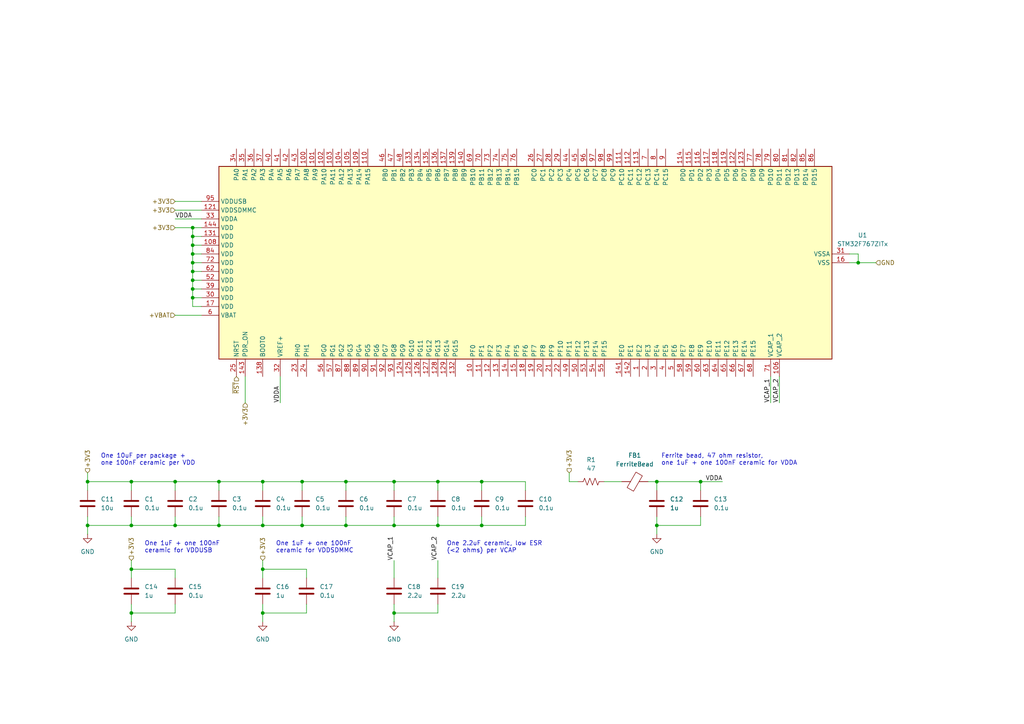
<source format=kicad_sch>
(kicad_sch (version 20250114) (generator "eeschema") (generator_version "9.0")
  (paper "A4")
  (lib_symbols
    (symbol "Device:C" (pin_numbers (hide yes)) (pin_names (offset 0.254))
      (property "Reference" "C" (at 0.635 2.54 0))
      (property "Value" "C" (at 0.635 -2.54 0))
      (symbol "C_0_1"
        (polyline (pts (xy -2.032 0.762) (xy 2.032 0.762)) (stroke (width 0.508)))
        (polyline (pts (xy -2.032 -0.762) (xy 2.032 -0.762)) (stroke (width 0.508)))
      )
      (symbol "C_1_1"
        (pin passive line (at 0 3.81 270) (length 2.794) (name "~") (number "1"))
        (pin passive line (at 0 -3.81 90) (length 2.794) (name "~") (number "2"))
      )
    )
    (symbol "Device:FerriteBead" (pin_numbers (hide yes)) (pin_names (offset 0))
      (property "Reference" "FB" (at -3.81 0.635 90))
      (property "Value" "FerriteBead" (at 3.81 0 90))
      (symbol "FerriteBead_0_1"
        (polyline (pts (xy -2.7686 0.4064) (xy -1.7018 2.2606) (xy 2.7686 -0.3048) (xy 1.6764 -2.159) (xy -2.7686 0.4064)))
        (polyline (pts (xy 0 1.27) (xy 0 1.2954)))
        (polyline (pts (xy 0 -1.27) (xy 0 -1.2192)))
      )
      (symbol "FerriteBead_1_1"
        (pin passive line (at 0 3.81 270) (length 2.54) (name "~") (number "1"))
        (pin passive line (at 0 -3.81 90) (length 2.54) (name "~") (number "2"))
      )
    )
    (symbol "Device:R_US" (pin_numbers (hide yes)) (pin_names (offset 0))
      (property "Reference" "R" (at 2.54 0 90))
      (property "Value" "R_US" (at -2.54 0 90))
      (symbol "R_US_0_1"
        (polyline (pts (xy 0 2.286) (xy 0 2.54)))
        (polyline (pts (xy 0 2.286) (xy 1.016 1.905) (xy 0 1.524) (xy -1.016 1.143) (xy 0 0.762)))
        (polyline (pts (xy 0 0.762) (xy 1.016 0.381) (xy 0 0) (xy -1.016 -0.381) (xy 0 -0.762)))
        (polyline (pts (xy 0 -0.762) (xy 1.016 -1.143) (xy 0 -1.524) (xy -1.016 -1.905) (xy 0 -2.286)))
        (polyline (pts (xy 0 -2.286) (xy 0 -2.54)))
      )
      (symbol "R_US_1_1"
        (pin passive line (at 0 3.81 270) (length 1.27) (name "~") (number "1"))
        (pin passive line (at 0 -3.81 90) (length 1.27) (name "~") (number "2"))
      )
    )
    (symbol "MCU_ST_STM32F7:STM32F767ZITx"
      (property "Reference" "U" (at -27.94 90.17 0))
      (property "Value" "STM32F767ZITx" (at 20.32 90.17 0))
      (symbol "STM32F767ZITx_0_1"
        (rectangle (start -27.94 -88.9) (end 27.94 88.9) (stroke (width 0.254)) (fill (type background)))
      )
      (symbol "STM32F767ZITx_1_1"
        (pin input line (at -33.02 83.82 0) (length 5.08) (name "NRST") (number "25"))
        (pin input line (at -33.02 81.28 0) (length 5.08) (name "PDR_ON") (number "143"))
        (pin input line (at -33.02 76.2 0) (length 5.08) (name "BOOT0") (number "138"))
        (pin input line (at -33.02 71.12 0) (length 5.08) (name "VREF+") (number "32"))
        (pin bidirectional line (at -33.02 66.04 0) (length 5.08) (name "PH0") (number "23"))
        (pin bidirectional line (at -33.02 63.5 0) (length 5.08) (name "PH1") (number "24"))
        (pin bidirectional line (at -33.02 58.42 0) (length 5.08) (name "PG0") (number "56"))
        (pin bidirectional line (at -33.02 55.88 0) (length 5.08) (name "PG1") (number "57"))
        (pin bidirectional line (at -33.02 53.34 0) (length 5.08) (name "PG2") (number "87"))
        (pin bidirectional line (at -33.02 50.8 0) (length 5.08) (name "PG3") (number "88"))
        (pin bidirectional line (at -33.02 48.26 0) (length 5.08) (name "PG4") (number "89"))
        (pin bidirectional line (at -33.02 45.72 0) (length 5.08) (name "PG5") (number "90"))
        (pin bidirectional line (at -33.02 43.18 0) (length 5.08) (name "PG6") (number "91"))
        (pin bidirectional line (at -33.02 40.64 0) (length 5.08) (name "PG7") (number "92"))
        (pin bidirectional line (at -33.02 38.1 0) (length 5.08) (name "PG8") (number "93"))
        (pin bidirectional line (at -33.02 35.56 0) (length 5.08) (name "PG9") (number "124"))
        (pin bidirectional line (at -33.02 33.02 0) (length 5.08) (name "PG10") (number "125"))
        (pin bidirectional line (at -33.02 30.48 0) (length 5.08) (name "PG11") (number "126"))
        (pin bidirectional line (at -33.02 27.94 0) (length 5.08) (name "PG12") (number "127"))
        (pin bidirectional line (at -33.02 25.4 0) (length 5.08) (name "PG13") (number "128"))
        (pin bidirectional line (at -33.02 22.86 0) (length 5.08) (name "PG14") (number "129"))
        (pin bidirectional line (at -33.02 20.32 0) (length 5.08) (name "PG15") (number "132"))
        (pin bidirectional line (at -33.02 15.24 0) (length 5.08) (name "PF0") (number "10"))
        (pin bidirectional line (at -33.02 12.7 0) (length 5.08) (name "PF1") (number "11"))
        (pin bidirectional line (at -33.02 10.16 0) (length 5.08) (name "PF2") (number "12"))
        (pin bidirectional line (at -33.02 7.62 0) (length 5.08) (name "PF3") (number "13"))
        (pin bidirectional line (at -33.02 5.08 0) (length 5.08) (name "PF4") (number "14"))
        (pin bidirectional line (at -33.02 2.54 0) (length 5.08) (name "PF5") (number "15"))
        (pin bidirectional line (at -33.02 0 0) (length 5.08) (name "PF6") (number "18"))
        (pin bidirectional line (at -33.02 -2.54 0) (length 5.08) (name "PF7") (number "19"))
        (pin bidirectional line (at -33.02 -5.08 0) (length 5.08) (name "PF8") (number "20"))
        (pin bidirectional line (at -33.02 -7.62 0) (length 5.08) (name "PF9") (number "21"))
        (pin bidirectional line (at -33.02 -10.16 0) (length 5.08) (name "PF10") (number "22"))
        (pin bidirectional line (at -33.02 -12.7 0) (length 5.08) (name "PF11") (number "49"))
        (pin bidirectional line (at -33.02 -15.24 0) (length 5.08) (name "PF12") (number "50"))
        (pin bidirectional line (at -33.02 -17.78 0) (length 5.08) (name "PF13") (number "53"))
        (pin bidirectional line (at -33.02 -20.32 0) (length 5.08) (name "PF14") (number "54"))
        (pin bidirectional line (at -33.02 -22.86 0) (length 5.08) (name "PF15") (number "55"))
        (pin bidirectional line (at -33.02 -27.94 0) (length 5.08) (name "PE0") (number "141"))
        (pin bidirectional line (at -33.02 -30.48 0) (length 5.08) (name "PE1") (number "142"))
        (pin bidirectional line (at -33.02 -33.02 0) (length 5.08) (name "PE2") (number "1"))
        (pin bidirectional line (at -33.02 -35.56 0) (length 5.08) (name "PE3") (number "2"))
        (pin bidirectional line (at -33.02 -38.1 0) (length 5.08) (name "PE4") (number "3"))
        (pin bidirectional line (at -33.02 -40.64 0) (length 5.08) (name "PE5") (number "4"))
        (pin bidirectional line (at -33.02 -43.18 0) (length 5.08) (name "PE6") (number "5"))
        (pin bidirectional line (at -33.02 -45.72 0) (length 5.08) (name "PE7") (number "58"))
        (pin bidirectional line (at -33.02 -48.26 0) (length 5.08) (name "PE8") (number "59"))
        (pin bidirectional line (at -33.02 -50.8 0) (length 5.08) (name "PE9") (number "60"))
        (pin bidirectional line (at -33.02 -53.34 0) (length 5.08) (name "PE10") (number "63"))
        (pin bidirectional line (at -33.02 -55.88 0) (length 5.08) (name "PE11") (number "64"))
        (pin bidirectional line (at -33.02 -58.42 0) (length 5.08) (name "PE12") (number "65"))
        (pin bidirectional line (at -33.02 -60.96 0) (length 5.08) (name "PE13") (number "66"))
        (pin bidirectional line (at -33.02 -63.5 0) (length 5.08) (name "PE14") (number "67"))
        (pin bidirectional line (at -33.02 -66.04 0) (length 5.08) (name "PE15") (number "68"))
        (pin power_out line (at -33.02 -71.12 0) (length 5.08) (name "VCAP_1") (number "71"))
        (pin power_out line (at -33.02 -73.66 0) (length 5.08) (name "VCAP_2") (number "106"))
        (pin power_in line (at -15.24 93.98 270) (length 5.08) (name "VBAT") (number "6"))
        (pin power_in line (at -12.7 93.98 270) (length 5.08) (name "VDD") (number "17"))
        (pin power_in line (at -10.16 93.98 270) (length 5.08) (name "VDD") (number "30"))
        (pin power_in line (at -7.62 93.98 270) (length 5.08) (name "VDD") (number "39"))
        (pin power_in line (at -5.08 93.98 270) (length 5.08) (name "VDD") (number "52"))
        (pin power_in line (at -2.54 93.98 270) (length 5.08) (name "VDD") (number "62"))
        (pin power_in line (at 0 93.98 270) (length 5.08) (name "VDD") (number "72"))
        (pin passive line (at 0 -93.98 90) (length 5.08) (hide yes) (name "VSS") (number "107"))
        (pin passive line (at 0 -93.98 90) (length 5.08) (hide yes) (name "VSS") (number "120"))
        (pin passive line (at 0 -93.98 90) (length 5.08) (hide yes) (name "VSS") (number "130"))
        (pin power_in line (at 0 -93.98 90) (length 5.08) (name "VSS") (number "16"))
        (pin passive line (at 0 -93.98 90) (length 5.08) (hide yes) (name "VSS") (number "38"))
        (pin passive line (at 0 -93.98 90) (length 5.08) (hide yes) (name "VSS") (number "51"))
        (pin passive line (at 0 -93.98 90) (length 5.08) (hide yes) (name "VSS") (number "61"))
        (pin passive line (at 0 -93.98 90) (length 5.08) (hide yes) (name "VSS") (number "83"))
        (pin passive line (at 0 -93.98 90) (length 5.08) (hide yes) (name "VSS") (number "94"))
        (pin power_in line (at 2.54 93.98 270) (length 5.08) (name "VDD") (number "84"))
        (pin power_in line (at 2.54 -93.98 90) (length 5.08) (name "VSSA") (number "31"))
        (pin power_in line (at 5.08 93.98 270) (length 5.08) (name "VDD") (number "108"))
        (pin power_in line (at 7.62 93.98 270) (length 5.08) (name "VDD") (number "131"))
        (pin power_in line (at 10.16 93.98 270) (length 5.08) (name "VDD") (number "144"))
        (pin power_in line (at 12.7 93.98 270) (length 5.08) (name "VDDA") (number "33"))
        (pin power_in line (at 15.24 93.98 270) (length 5.08) (name "VDDSDMMC") (number "121"))
        (pin power_in line (at 17.78 93.98 270) (length 5.08) (name "VDDUSB") (number "95"))
        (pin bidirectional line (at 33.02 83.82 180) (length 5.08) (name "PA0") (number "34"))
        (pin bidirectional line (at 33.02 81.28 180) (length 5.08) (name "PA1") (number "35"))
        (pin bidirectional line (at 33.02 78.74 180) (length 5.08) (name "PA2") (number "36"))
        (pin bidirectional line (at 33.02 76.2 180) (length 5.08) (name "PA3") (number "37"))
        (pin bidirectional line (at 33.02 73.66 180) (length 5.08) (name "PA4") (number "40"))
        (pin bidirectional line (at 33.02 71.12 180) (length 5.08) (name "PA5") (number "41"))
        (pin bidirectional line (at 33.02 68.58 180) (length 5.08) (name "PA6") (number "42"))
        (pin bidirectional line (at 33.02 66.04 180) (length 5.08) (name "PA7") (number "43"))
        (pin bidirectional line (at 33.02 63.5 180) (length 5.08) (name "PA8") (number "100"))
        (pin bidirectional line (at 33.02 60.96 180) (length 5.08) (name "PA9") (number "101"))
        (pin bidirectional line (at 33.02 58.42 180) (length 5.08) (name "PA10") (number "102"))
        (pin bidirectional line (at 33.02 55.88 180) (length 5.08) (name "PA11") (number "103"))
        (pin bidirectional line (at 33.02 53.34 180) (length 5.08) (name "PA12") (number "104"))
        (pin bidirectional line (at 33.02 50.8 180) (length 5.08) (name "PA13") (number "105"))
        (pin bidirectional line (at 33.02 48.26 180) (length 5.08) (name "PA14") (number "109"))
        (pin bidirectional line (at 33.02 45.72 180) (length 5.08) (name "PA15") (number "110"))
        (pin bidirectional line (at 33.02 40.64 180) (length 5.08) (name "PB0") (number "46"))
        (pin bidirectional line (at 33.02 38.1 180) (length 5.08) (name "PB1") (number "47"))
        (pin bidirectional line (at 33.02 35.56 180) (length 5.08) (name "PB2") (number "48"))
        (pin bidirectional line (at 33.02 33.02 180) (length 5.08) (name "PB3") (number "133"))
        (pin bidirectional line (at 33.02 30.48 180) (length 5.08) (name "PB4") (number "134"))
        (pin bidirectional line (at 33.02 27.94 180) (length 5.08) (name "PB5") (number "135"))
        (pin bidirectional line (at 33.02 25.4 180) (length 5.08) (name "PB6") (number "136"))
        (pin bidirectional line (at 33.02 22.86 180) (length 5.08) (name "PB7") (number "137"))
        (pin bidirectional line (at 33.02 20.32 180) (length 5.08) (name "PB8") (number "139"))
        (pin bidirectional line (at 33.02 17.78 180) (length 5.08) (name "PB9") (number "140"))
        (pin bidirectional line (at 33.02 15.24 180) (length 5.08) (name "PB10") (number "69"))
        (pin bidirectional line (at 33.02 12.7 180) (length 5.08) (name "PB11") (number "70"))
        (pin bidirectional line (at 33.02 10.16 180) (length 5.08) (name "PB12") (number "73"))
        (pin bidirectional line (at 33.02 7.62 180) (length 5.08) (name "PB13") (number "74"))
        (pin bidirectional line (at 33.02 5.08 180) (length 5.08) (name "PB14") (number "75"))
        (pin bidirectional line (at 33.02 2.54 180) (length 5.08) (name "PB15") (number "76"))
        (pin bidirectional line (at 33.02 -2.54 180) (length 5.08) (name "PC0") (number "26"))
        (pin bidirectional line (at 33.02 -5.08 180) (length 5.08) (name "PC1") (number "27"))
        (pin bidirectional line (at 33.02 -7.62 180) (length 5.08) (name "PC2") (number "28"))
        (pin bidirectional line (at 33.02 -10.16 180) (length 5.08) (name "PC3") (number "29"))
        (pin bidirectional line (at 33.02 -12.7 180) (length 5.08) (name "PC4") (number "44"))
        (pin bidirectional line (at 33.02 -15.24 180) (length 5.08) (name "PC5") (number "45"))
        (pin bidirectional line (at 33.02 -17.78 180) (length 5.08) (name "PC6") (number "96"))
        (pin bidirectional line (at 33.02 -20.32 180) (length 5.08) (name "PC7") (number "97"))
        (pin bidirectional line (at 33.02 -22.86 180) (length 5.08) (name "PC8") (number "98"))
        (pin bidirectional line (at 33.02 -25.4 180) (length 5.08) (name "PC9") (number "99"))
        (pin bidirectional line (at 33.02 -27.94 180) (length 5.08) (name "PC10") (number "111"))
        (pin bidirectional line (at 33.02 -30.48 180) (length 5.08) (name "PC11") (number "112"))
        (pin bidirectional line (at 33.02 -33.02 180) (length 5.08) (name "PC12") (number "113"))
        (pin bidirectional line (at 33.02 -35.56 180) (length 5.08) (name "PC13") (number "7"))
        (pin bidirectional line (at 33.02 -38.1 180) (length 5.08) (name "PC14") (number "8"))
        (pin bidirectional line (at 33.02 -40.64 180) (length 5.08) (name "PC15") (number "9"))
        (pin bidirectional line (at 33.02 -45.72 180) (length 5.08) (name "PD0") (number "114"))
        (pin bidirectional line (at 33.02 -48.26 180) (length 5.08) (name "PD1") (number "115"))
        (pin bidirectional line (at 33.02 -50.8 180) (length 5.08) (name "PD2") (number "116"))
        (pin bidirectional line (at 33.02 -53.34 180) (length 5.08) (name "PD3") (number "117"))
        (pin bidirectional line (at 33.02 -55.88 180) (length 5.08) (name "PD4") (number "118"))
        (pin bidirectional line (at 33.02 -58.42 180) (length 5.08) (name "PD5") (number "119"))
        (pin bidirectional line (at 33.02 -60.96 180) (length 5.08) (name "PD6") (number "122"))
        (pin bidirectional line (at 33.02 -63.5 180) (length 5.08) (name "PD7") (number "123"))
        (pin bidirectional line (at 33.02 -66.04 180) (length 5.08) (name "PD8") (number "77"))
        (pin bidirectional line (at 33.02 -68.58 180) (length 5.08) (name "PD9") (number "78"))
        (pin bidirectional line (at 33.02 -71.12 180) (length 5.08) (name "PD10") (number "79"))
        (pin bidirectional line (at 33.02 -73.66 180) (length 5.08) (name "PD11") (number "80"))
        (pin bidirectional line (at 33.02 -76.2 180) (length 5.08) (name "PD12") (number "81"))
        (pin bidirectional line (at 33.02 -78.74 180) (length 5.08) (name "PD13") (number "82"))
        (pin bidirectional line (at 33.02 -81.28 180) (length 5.08) (name "PD14") (number "85"))
        (pin bidirectional line (at 33.02 -83.82 180) (length 5.08) (name "PD15") (number "86"))
      )
    )
    (symbol "power:GND" (power) (pin_numbers (hide yes)) (pin_names (offset 0) (hide yes))
      (property "Value" "GND" (at 0 -3.81 0))
      (symbol "GND_0_1"
        (polyline (pts (xy 0 0) (xy 0 -1.27) (xy 1.27 -1.27) (xy 0 -2.54) (xy -1.27 -1.27) (xy 0 -1.27)))
      )
      (symbol "GND_1_1"
        (pin power_in line (at 0 0 270) (length 0) (name "~") (number "1"))
      )
    )
  )
  (text "One 2.2uF ceramic, low ESR\n(<2 ohms) per VCAP" (at 129.54 158.75 0) (effects (font (size 1.27 1.27)) (justify left)))
  (text "One 10uF per package +\none 100nF ceramic per VDD" (at 29.21 133.35 0) (effects (font (size 1.27 1.27)) (justify left)))
  (text "Ferrite bead, 47 ohm resistor,\none 1uF + one 100nF ceramic for VDDA" (at 191.77 133.35 0) (effects (font (size 1.27 1.27)) (justify left)))
  (text "One 1uF + one 100nF\nceramic for VDDSDMMC" (at 80.01 158.75 0) (effects (font (size 1.27 1.27)) (justify left)))
  (text "One 1uF + one 100nF\nceramic for VDDUSB" (at 41.91 158.75 0) (effects (font (size 1.27 1.27)) (justify left)))
  (junction (at 203.2 139.7))
  (junction (at 55.88 71.12))
  (junction (at 55.88 73.66))
  (junction (at 139.7 139.7))
  (junction (at 25.4 139.7))
  (junction (at 55.88 83.82))
  (junction (at 248.92 76.2))
  (junction (at 76.2 177.8))
  (junction (at 25.4 152.4))
  (junction (at 100.33 152.4))
  (junction (at 55.88 81.28))
  (junction (at 190.5 152.4))
  (junction (at 100.33 139.7))
  (junction (at 87.63 152.4))
  (junction (at 76.2 152.4))
  (junction (at 38.1 152.4))
  (junction (at 190.5 139.7))
  (junction (at 114.3 177.8))
  (junction (at 127 152.4))
  (junction (at 55.88 86.36))
  (junction (at 55.88 66.04))
  (junction (at 50.8 139.7))
  (junction (at 63.5 152.4))
  (junction (at 76.2 165.1))
  (junction (at 139.7 152.4))
  (junction (at 127 139.7))
  (junction (at 114.3 152.4))
  (junction (at 76.2 139.7))
  (junction (at 63.5 139.7))
  (junction (at 55.88 76.2))
  (junction (at 55.88 68.58))
  (junction (at 87.63 139.7))
  (junction (at 38.1 139.7))
  (junction (at 38.1 177.8))
  (junction (at 50.8 152.4))
  (junction (at 55.88 78.74))
  (junction (at 114.3 139.7))
  (junction (at 38.1 165.1))
  (wire (pts (xy 203.2 149.86) (xy 203.2 152.4)))
  (wire (pts (xy 55.88 78.74) (xy 58.42 78.74)))
  (wire (pts (xy 38.1 139.7) (xy 38.1 142.24)))
  (wire (pts (xy 114.3 139.7) (xy 114.3 142.24)))
  (wire (pts (xy 38.1 152.4) (xy 25.4 152.4)))
  (wire (pts (xy 50.8 149.86) (xy 50.8 152.4)))
  (wire (pts (xy 50.8 165.1) (xy 50.8 167.64)))
  (wire (pts (xy 152.4 152.4) (xy 139.7 152.4)))
  (wire (pts (xy 223.52 109.22) (xy 223.52 116.84)))
  (wire (pts (xy 55.88 88.9) (xy 55.88 86.36)))
  (wire (pts (xy 127 152.4) (xy 114.3 152.4)))
  (wire (pts (xy 50.8 66.04) (xy 55.88 66.04)))
  (wire (pts (xy 127 177.8) (xy 114.3 177.8)))
  (wire (pts (xy 190.5 139.7) (xy 190.5 142.24)))
  (wire (pts (xy 175.26 139.7) (xy 180.34 139.7)))
  (wire (pts (xy 88.9 177.8) (xy 76.2 177.8)))
  (wire (pts (xy 248.92 73.66) (xy 248.92 76.2)))
  (wire (pts (xy 50.8 152.4) (xy 38.1 152.4)))
  (wire (pts (xy 127 162.56) (xy 127 167.64)))
  (wire (pts (xy 55.88 81.28) (xy 58.42 81.28)))
  (wire (pts (xy 76.2 139.7) (xy 76.2 142.24)))
  (wire (pts (xy 38.1 177.8) (xy 38.1 180.34)))
  (wire (pts (xy 203.2 139.7) (xy 203.2 142.24)))
  (wire (pts (xy 87.63 139.7) (xy 87.63 142.24)))
  (wire (pts (xy 50.8 175.26) (xy 50.8 177.8)))
  (wire (pts (xy 38.1 175.26) (xy 38.1 177.8)))
  (wire (pts (xy 187.96 139.7) (xy 190.5 139.7)))
  (wire (pts (xy 55.88 71.12) (xy 55.88 68.58)))
  (wire (pts (xy 152.4 149.86) (xy 152.4 152.4)))
  (wire (pts (xy 88.9 175.26) (xy 88.9 177.8)))
  (wire (pts (xy 248.92 76.2) (xy 254 76.2)))
  (wire (pts (xy 55.88 86.36) (xy 58.42 86.36)))
  (wire (pts (xy 87.63 149.86) (xy 87.63 152.4)))
  (wire (pts (xy 114.3 175.26) (xy 114.3 177.8)))
  (wire (pts (xy 55.88 81.28) (xy 55.88 78.74)))
  (wire (pts (xy 76.2 149.86) (xy 76.2 152.4)))
  (wire (pts (xy 38.1 165.1) (xy 38.1 167.64)))
  (wire (pts (xy 55.88 76.2) (xy 58.42 76.2)))
  (wire (pts (xy 100.33 139.7) (xy 100.33 142.24)))
  (wire (pts (xy 58.42 63.5) (xy 50.8 63.5)))
  (wire (pts (xy 114.3 152.4) (xy 100.33 152.4)))
  (wire (pts (xy 58.42 88.9) (xy 55.88 88.9)))
  (wire (pts (xy 165.1 139.7) (xy 167.64 139.7)))
  (wire (pts (xy 76.2 177.8) (xy 76.2 180.34)))
  (wire (pts (xy 25.4 137.16) (xy 25.4 139.7)))
  (wire (pts (xy 203.2 152.4) (xy 190.5 152.4)))
  (wire (pts (xy 55.88 76.2) (xy 55.88 73.66)))
  (wire (pts (xy 152.4 139.7) (xy 139.7 139.7)))
  (wire (pts (xy 76.2 175.26) (xy 76.2 177.8)))
  (wire (pts (xy 55.88 68.58) (xy 55.88 66.04)))
  (wire (pts (xy 55.88 83.82) (xy 58.42 83.82)))
  (wire (pts (xy 100.33 139.7) (xy 87.63 139.7)))
  (wire (pts (xy 50.8 139.7) (xy 38.1 139.7)))
  (wire (pts (xy 38.1 149.86) (xy 38.1 152.4)))
  (wire (pts (xy 127 149.86) (xy 127 152.4)))
  (wire (pts (xy 25.4 152.4) (xy 25.4 154.94)))
  (wire (pts (xy 190.5 149.86) (xy 190.5 152.4)))
  (wire (pts (xy 25.4 149.86) (xy 25.4 152.4)))
  (wire (pts (xy 190.5 139.7) (xy 203.2 139.7)))
  (wire (pts (xy 87.63 139.7) (xy 76.2 139.7)))
  (wire (pts (xy 88.9 165.1) (xy 88.9 167.64)))
  (wire (pts (xy 139.7 139.7) (xy 127 139.7)))
  (wire (pts (xy 55.88 73.66) (xy 55.88 71.12)))
  (wire (pts (xy 38.1 139.7) (xy 25.4 139.7)))
  (wire (pts (xy 190.5 152.4) (xy 190.5 154.94)))
  (wire (pts (xy 139.7 139.7) (xy 139.7 142.24)))
  (wire (pts (xy 55.88 86.36) (xy 55.88 83.82)))
  (wire (pts (xy 87.63 152.4) (xy 76.2 152.4)))
  (wire (pts (xy 114.3 139.7) (xy 100.33 139.7)))
  (wire (pts (xy 76.2 139.7) (xy 63.5 139.7)))
  (wire (pts (xy 100.33 149.86) (xy 100.33 152.4)))
  (wire (pts (xy 63.5 152.4) (xy 50.8 152.4)))
  (wire (pts (xy 139.7 152.4) (xy 127 152.4)))
  (wire (pts (xy 50.8 165.1) (xy 38.1 165.1)))
  (wire (pts (xy 114.3 177.8) (xy 114.3 180.34)))
  (wire (pts (xy 55.88 83.82) (xy 55.88 81.28)))
  (wire (pts (xy 50.8 139.7) (xy 50.8 142.24)))
  (wire (pts (xy 246.38 76.2) (xy 248.92 76.2)))
  (wire (pts (xy 165.1 137.16) (xy 165.1 139.7)))
  (wire (pts (xy 55.88 73.66) (xy 58.42 73.66)))
  (wire (pts (xy 55.88 66.04) (xy 58.42 66.04)))
  (wire (pts (xy 114.3 149.86) (xy 114.3 152.4)))
  (wire (pts (xy 203.2 139.7) (xy 209.55 139.7)))
  (wire (pts (xy 71.12 116.84) (xy 71.12 109.22)))
  (wire (pts (xy 55.88 68.58) (xy 58.42 68.58)))
  (wire (pts (xy 55.88 78.74) (xy 55.88 76.2)))
  (wire (pts (xy 50.8 60.96) (xy 58.42 60.96)))
  (wire (pts (xy 246.38 73.66) (xy 248.92 73.66)))
  (wire (pts (xy 76.2 152.4) (xy 63.5 152.4)))
  (wire (pts (xy 38.1 162.56) (xy 38.1 165.1)))
  (wire (pts (xy 50.8 91.44) (xy 58.42 91.44)))
  (wire (pts (xy 226.06 109.22) (xy 226.06 116.84)))
  (wire (pts (xy 127 139.7) (xy 127 142.24)))
  (wire (pts (xy 139.7 149.86) (xy 139.7 152.4)))
  (wire (pts (xy 50.8 177.8) (xy 38.1 177.8)))
  (wire (pts (xy 114.3 162.56) (xy 114.3 167.64)))
  (wire (pts (xy 81.28 109.22) (xy 81.28 116.84)))
  (wire (pts (xy 63.5 139.7) (xy 50.8 139.7)))
  (wire (pts (xy 88.9 165.1) (xy 76.2 165.1)))
  (wire (pts (xy 63.5 149.86) (xy 63.5 152.4)))
  (wire (pts (xy 152.4 142.24) (xy 152.4 139.7)))
  (wire (pts (xy 25.4 139.7) (xy 25.4 142.24)))
  (wire (pts (xy 100.33 152.4) (xy 87.63 152.4)))
  (wire (pts (xy 127 139.7) (xy 114.3 139.7)))
  (wire (pts (xy 76.2 162.56) (xy 76.2 165.1)))
  (wire (pts (xy 63.5 139.7) (xy 63.5 142.24)))
  (wire (pts (xy 127 175.26) (xy 127 177.8)))
  (wire (pts (xy 50.8 58.42) (xy 58.42 58.42)))
  (wire (pts (xy 76.2 165.1) (xy 76.2 167.64)))
  (wire (pts (xy 55.88 71.12) (xy 58.42 71.12)))
  (label "VDDA" (at 209.55 139.7 180))
  (label "VCAP_1" (at 223.52 116.84 90))
  (label "VDDA" (at 81.28 116.84 90))
  (label "VCAP_1" (at 114.3 162.56 90))
  (label "VDDA" (at 50.8 63.5 0))
  (label "VCAP_2" (at 127 162.56 90))
  (label "VCAP_2" (at 226.06 116.84 90))
  (hierarchical_label "+3V3" (shape input) (at 165.1 137.16 90))
  (hierarchical_label "+3V3" (shape input) (at 50.8 58.42 180))
  (hierarchical_label "+VBAT" (shape input) (at 50.8 91.44 180))
  (hierarchical_label "+3V3" (shape input) (at 71.12 116.84 270))
  (hierarchical_label "+3V3" (shape input) (at 76.2 162.56 90))
  (hierarchical_label "+3V3" (shape input) (at 50.8 66.04 180))
  (hierarchical_label "+3V3" (shape input) (at 25.4 137.16 90))
  (hierarchical_label "+3V3" (shape input) (at 50.8 60.96 180))
  (hierarchical_label "~{RST}" (shape input) (at 68.58 109.22 270))
  (hierarchical_label "+3V3" (shape input) (at 38.1 162.56 90))
  (hierarchical_label "GND" (shape input) (at 254 76.2 0))
  (symbol (lib_id "Device:C") (at 114.3 171.45 0) (unit 1)
    (property "Reference" "C18" (at 118.11 170.1799 0) (effects (justify left)))
    (property "Value" "2.2u" (at 118.11 172.7199 0) (effects (justify left)))
    (property "Description" "Unpolarized capacitor" (effects (hide yes)))
  )
  (symbol (lib_id "Device:C") (at 152.4 146.05 0) (unit 1)
    (property "Reference" "C10" (at 156.21 144.7799 0) (effects (justify left)))
    (property "Value" "0.1u" (at 156.21 147.3199 0) (effects (justify left)))
    (property "Description" "Unpolarized capacitor" (effects (hide yes)))
  )
  (symbol (lib_id "Device:C") (at 139.7 146.05 0) (unit 1)
    (property "Reference" "C9" (at 143.51 144.7799 0) (effects (justify left)))
    (property "Value" "0.1u" (at 143.51 147.3199 0) (effects (justify left)))
    (property "Description" "Unpolarized capacitor" (effects (hide yes)))
  )
  (symbol (lib_id "Device:C") (at 190.5 146.05 0) (unit 1)
    (property "Reference" "C12" (at 194.31 144.7799 0) (effects (justify left)))
    (property "Value" "1u" (at 194.31 147.3199 0) (effects (justify left)))
    (property "Description" "Unpolarized capacitor" (effects (hide yes)))
  )
  (symbol (lib_id "MCU_ST_STM32F7:STM32F767ZITx") (at 152.4 76.2 90) (unit 1)
    (property "Reference" "U1" (at 250.19 68.2146 90))
    (property "Value" "STM32F767ZITx" (at 250.19 70.7546 90))
    (property "Footprint" "Package_QFP:LQFP-144_20x20mm_P0.5mm" (effects (hide yes)))
    (property "Datasheet" "https://www.st.com/resource/en/datasheet/stm32f767zi.pdf" (effects (hide yes)))
    (property "Description" "STMicroelectronics Arm Cortex-M7 MCU, 2048KB flash, 512KB RAM, 216 MHz, 1.7-3.6V, 114 GPIO, LQFP144" (effects (hide yes)))
  )
  (symbol (lib_id "Device:C") (at 38.1 171.45 0) (unit 1)
    (property "Reference" "C14" (at 41.91 170.1799 0) (effects (justify left)))
    (property "Value" "1u" (at 41.91 172.7199 0) (effects (justify left)))
    (property "Description" "Unpolarized capacitor" (effects (hide yes)))
  )
  (symbol (lib_id "power:GND") (at 25.4 154.94 0) (unit 1)
    (property "Reference" "#PWR01" (effects (hide yes)))
    (property "Value" "GND" (at 25.4 160.02 0))
    (property "Description" "Power symbol creates a global label with name \"GND\" , ground" (effects (hide yes)))
  )
  (symbol (lib_id "Device:C") (at 63.5 146.05 0) (unit 1)
    (property "Reference" "C3" (at 67.31 144.7799 0) (effects (justify left)))
    (property "Value" "0.1u" (at 67.31 147.3199 0) (effects (justify left)))
    (property "Description" "Unpolarized capacitor" (effects (hide yes)))
  )
  (symbol (lib_id "Device:C") (at 114.3 146.05 0) (unit 1)
    (property "Reference" "C7" (at 118.11 144.7799 0) (effects (justify left)))
    (property "Value" "0.1u" (at 118.11 147.3199 0) (effects (justify left)))
    (property "Description" "Unpolarized capacitor" (effects (hide yes)))
  )
  (symbol (lib_id "power:GND") (at 76.2 180.34 0) (unit 1)
    (property "Reference" "#PWR04" (effects (hide yes)))
    (property "Value" "GND" (at 76.2 185.42 0))
    (property "Description" "Power symbol creates a global label with name \"GND\" , ground" (effects (hide yes)))
  )
  (symbol (lib_id "Device:R_US") (at 171.45 139.7 90) (unit 1)
    (property "Reference" "R1" (at 171.45 133.35 90))
    (property "Value" "47" (at 171.45 135.89 90))
    (property "Description" "Resistor, US symbol" (effects (hide yes)))
  )
  (symbol (lib_id "Device:C") (at 203.2 146.05 0) (unit 1)
    (property "Reference" "C13" (at 207.01 144.7799 0) (effects (justify left)))
    (property "Value" "0.1u" (at 207.01 147.3199 0) (effects (justify left)))
    (property "Description" "Unpolarized capacitor" (effects (hide yes)))
  )
  (symbol (lib_id "power:GND") (at 38.1 180.34 0) (unit 1)
    (property "Reference" "#PWR03" (effects (hide yes)))
    (property "Value" "GND" (at 38.1 185.42 0))
    (property "Description" "Power symbol creates a global label with name \"GND\" , ground" (effects (hide yes)))
  )
  (symbol (lib_id "Device:C") (at 38.1 146.05 0) (unit 1)
    (property "Reference" "C1" (at 41.91 144.7799 0) (effects (justify left)))
    (property "Value" "0.1u" (at 41.91 147.3199 0) (effects (justify left)))
    (property "Description" "Unpolarized capacitor" (effects (hide yes)))
  )
  (symbol (lib_id "Device:C") (at 76.2 146.05 0) (unit 1)
    (property "Reference" "C4" (at 80.01 144.7799 0) (effects (justify left)))
    (property "Value" "0.1u" (at 80.01 147.3199 0) (effects (justify left)))
    (property "Description" "Unpolarized capacitor" (effects (hide yes)))
  )
  (symbol (lib_id "power:GND") (at 190.5 154.94 0) (unit 1)
    (property "Reference" "#PWR02" (effects (hide yes)))
    (property "Value" "GND" (at 190.5 160.02 0))
    (property "Description" "Power symbol creates a global label with name \"GND\" , ground" (effects (hide yes)))
  )
  (symbol (lib_id "Device:C") (at 76.2 171.45 0) (unit 1)
    (property "Reference" "C16" (at 80.01 170.1799 0) (effects (justify left)))
    (property "Value" "1u" (at 80.01 172.7199 0) (effects (justify left)))
    (property "Description" "Unpolarized capacitor" (effects (hide yes)))
  )
  (symbol (lib_id "Device:C") (at 50.8 171.45 0) (unit 1)
    (property "Reference" "C15" (at 54.61 170.1799 0) (effects (justify left)))
    (property "Value" "0.1u" (at 54.61 172.7199 0) (effects (justify left)))
    (property "Description" "Unpolarized capacitor" (effects (hide yes)))
  )
  (symbol (lib_id "Device:C") (at 127 171.45 0) (unit 1)
    (property "Reference" "C19" (at 130.81 170.1799 0) (effects (justify left)))
    (property "Value" "2.2u" (at 130.81 172.7199 0) (effects (justify left)))
    (property "Description" "Unpolarized capacitor" (effects (hide yes)))
  )
  (symbol (lib_id "Device:C") (at 50.8 146.05 0) (unit 1)
    (property "Reference" "C2" (at 54.61 144.7799 0) (effects (justify left)))
    (property "Value" "0.1u" (at 54.61 147.3199 0) (effects (justify left)))
    (property "Description" "Unpolarized capacitor" (effects (hide yes)))
  )
  (symbol (lib_id "Device:C") (at 25.4 146.05 0) (unit 1)
    (property "Reference" "C11" (at 29.21 144.7799 0) (effects (justify left)))
    (property "Value" "10u" (at 29.21 147.3199 0) (effects (justify left)))
    (property "Description" "Unpolarized capacitor" (effects (hide yes)))
  )
  (symbol (lib_id "Device:C") (at 100.33 146.05 0) (unit 1)
    (property "Reference" "C6" (at 104.14 144.7799 0) (effects (justify left)))
    (property "Value" "0.1u" (at 104.14 147.3199 0) (effects (justify left)))
    (property "Description" "Unpolarized capacitor" (effects (hide yes)))
  )
  (symbol (lib_id "Device:C") (at 88.9 171.45 0) (unit 1)
    (property "Reference" "C17" (at 92.71 170.1799 0) (effects (justify left)))
    (property "Value" "0.1u" (at 92.71 172.7199 0) (effects (justify left)))
    (property "Description" "Unpolarized capacitor" (effects (hide yes)))
  )
  (symbol (lib_id "Device:C") (at 127 146.05 0) (unit 1)
    (property "Reference" "C8" (at 130.81 144.7799 0) (effects (justify left)))
    (property "Value" "0.1u" (at 130.81 147.3199 0) (effects (justify left)))
    (property "Description" "Unpolarized capacitor" (effects (hide yes)))
  )
  (symbol (lib_id "Device:FerriteBead") (at 184.15 139.7 90) (unit 1)
    (property "Reference" "FB1" (at 184.0992 132.08 90))
    (property "Value" "FerriteBead" (at 184.0992 134.62 90))
    (property "Description" "Ferrite bead" (effects (hide yes)))
  )
  (symbol (lib_id "Device:C") (at 87.63 146.05 0) (unit 1)
    (property "Reference" "C5" (at 91.44 144.7799 0) (effects (justify left)))
    (property "Value" "0.1u" (at 91.44 147.3199 0) (effects (justify left)))
    (property "Description" "Unpolarized capacitor" (effects (hide yes)))
  )
  (symbol (lib_id "power:GND") (at 114.3 180.34 0) (unit 1)
    (property "Reference" "#PWR05" (effects (hide yes)))
    (property "Value" "GND" (at 114.3 185.42 0))
    (property "Description" "Power symbol creates a global label with name \"GND\" , ground" (effects (hide yes)))
  )
)
</source>
